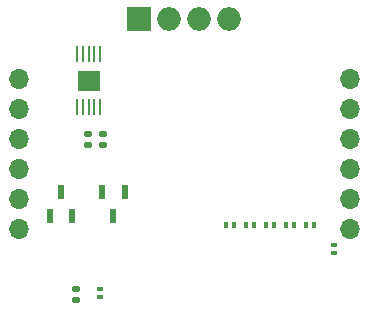
<source format=gbr>
%TF.GenerationSoftware,KiCad,Pcbnew,8.0.6-8.0.6-0~ubuntu22.04.1*%
%TF.CreationDate,2024-12-18T19:37:20+01:00*%
%TF.ProjectId,Xplore ERC IMU HAT,58706c6f-7265-4204-9552-4320494d5520,rev?*%
%TF.SameCoordinates,Original*%
%TF.FileFunction,Soldermask,Bot*%
%TF.FilePolarity,Negative*%
%FSLAX46Y46*%
G04 Gerber Fmt 4.6, Leading zero omitted, Abs format (unit mm)*
G04 Created by KiCad (PCBNEW 8.0.6-8.0.6-0~ubuntu22.04.1) date 2024-12-18 19:37:20*
%MOMM*%
%LPD*%
G01*
G04 APERTURE LIST*
G04 Aperture macros list*
%AMRoundRect*
0 Rectangle with rounded corners*
0 $1 Rounding radius*
0 $2 $3 $4 $5 $6 $7 $8 $9 X,Y pos of 4 corners*
0 Add a 4 corners polygon primitive as box body*
4,1,4,$2,$3,$4,$5,$6,$7,$8,$9,$2,$3,0*
0 Add four circle primitives for the rounded corners*
1,1,$1+$1,$2,$3*
1,1,$1+$1,$4,$5*
1,1,$1+$1,$6,$7*
1,1,$1+$1,$8,$9*
0 Add four rect primitives between the rounded corners*
20,1,$1+$1,$2,$3,$4,$5,0*
20,1,$1+$1,$4,$5,$6,$7,0*
20,1,$1+$1,$6,$7,$8,$9,0*
20,1,$1+$1,$8,$9,$2,$3,0*%
G04 Aperture macros list end*
%ADD10R,2.000000X2.000000*%
%ADD11O,2.000000X2.000000*%
%ADD12O,1.700000X1.700000*%
%ADD13R,0.304800X0.558800*%
%ADD14R,0.533400X1.168400*%
%ADD15RoundRect,0.140000X-0.170000X0.140000X-0.170000X-0.140000X0.170000X-0.140000X0.170000X0.140000X0*%
%ADD16RoundRect,0.140000X0.170000X-0.140000X0.170000X0.140000X-0.170000X0.140000X-0.170000X-0.140000X0*%
%ADD17R,0.279400X1.327899*%
%ADD18R,1.981200X1.778000*%
%ADD19R,0.558800X0.304800*%
G04 APERTURE END LIST*
D10*
%TO.C,J4*%
X141740000Y-64960000D03*
D11*
X144280000Y-64960000D03*
D12*
X131550000Y-70040000D03*
X131550000Y-72580000D03*
X131550000Y-75120000D03*
X131550000Y-77660000D03*
X131550000Y-80200000D03*
X131550000Y-82740000D03*
X159550000Y-82740000D03*
X159550000Y-80200000D03*
X159550000Y-77660000D03*
X159550000Y-75120000D03*
X159550000Y-72580000D03*
X159550000Y-70040000D03*
D11*
X146820000Y-64960000D03*
X149360000Y-64960000D03*
%TD*%
D13*
%TO.C,CR7*%
X150815000Y-82400000D03*
X151450000Y-82400000D03*
%TD*%
D14*
%TO.C,CR2*%
X136050001Y-81616000D03*
X134149999Y-81616000D03*
X135100000Y-79584000D03*
%TD*%
D15*
%TO.C,C2*%
X137400000Y-74670000D03*
X137400000Y-75630000D03*
%TD*%
%TO.C,C1*%
X138650000Y-74690000D03*
X138650000Y-75650000D03*
%TD*%
D13*
%TO.C,CR3*%
X155882500Y-82400000D03*
X156517500Y-82400000D03*
%TD*%
%TO.C,CR8*%
X149115000Y-82400000D03*
X149750000Y-82400000D03*
%TD*%
D16*
%TO.C,C5*%
X136350000Y-88760000D03*
X136350000Y-87800000D03*
%TD*%
D17*
%TO.C,U1*%
X136449999Y-67947752D03*
X136950001Y-67947752D03*
X137450000Y-67947752D03*
X137949999Y-67947752D03*
X138450001Y-67947752D03*
X138450001Y-72374448D03*
X137949999Y-72374448D03*
X137450000Y-72374448D03*
X136950001Y-72374448D03*
X136449999Y-72374448D03*
D18*
X137450000Y-70161100D03*
%TD*%
D13*
%TO.C,CR5*%
X152482500Y-82400000D03*
X153117500Y-82400000D03*
%TD*%
D19*
%TO.C,CR4*%
X158200000Y-84082500D03*
X158200000Y-84717500D03*
%TD*%
%TO.C,U2*%
X138450000Y-87804802D03*
X138450000Y-88500000D03*
%TD*%
D14*
%TO.C,CR1*%
X138599999Y-79634000D03*
X140500001Y-79634000D03*
X139550000Y-81666000D03*
%TD*%
D13*
%TO.C,CR6*%
X154182500Y-82400000D03*
X154817500Y-82400000D03*
%TD*%
M02*

</source>
